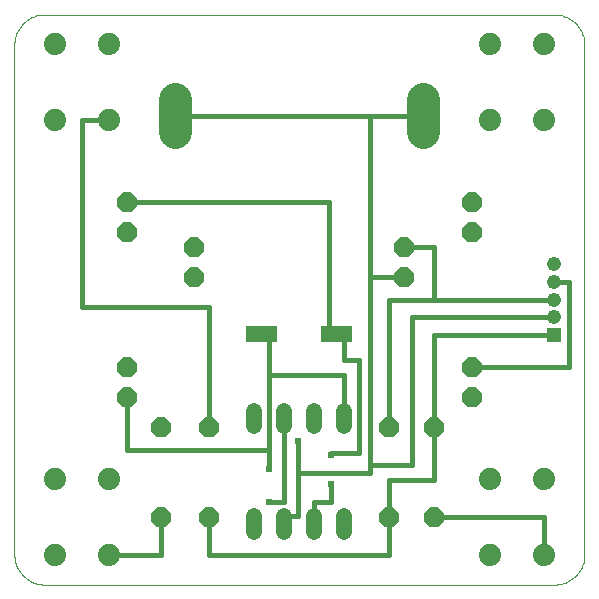
<source format=gbl>
G75*
G70*
%OFA0B0*%
%FSLAX24Y24*%
%IPPOS*%
%LPD*%
%AMOC8*
5,1,8,0,0,1.08239X$1,22.5*
%
%ADD10C,0.0010*%
%ADD11OC8,0.0660*%
%ADD12C,0.1095*%
%ADD13C,0.0740*%
%ADD14C,0.0520*%
%ADD15R,0.0476X0.0476*%
%ADD16C,0.0476*%
%ADD17R,0.0554X0.0554*%
%ADD18C,0.0240*%
%ADD19C,0.0160*%
%ADD20C,0.0120*%
D10*
X000131Y001111D02*
X000131Y018111D01*
X000133Y018171D01*
X000138Y018232D01*
X000147Y018291D01*
X000160Y018350D01*
X000176Y018409D01*
X000196Y018466D01*
X000219Y018521D01*
X000246Y018576D01*
X000275Y018628D01*
X000308Y018679D01*
X000344Y018728D01*
X000382Y018774D01*
X000424Y018818D01*
X000468Y018860D01*
X000514Y018898D01*
X000563Y018934D01*
X000614Y018967D01*
X000666Y018996D01*
X000721Y019023D01*
X000776Y019046D01*
X000833Y019066D01*
X000892Y019082D01*
X000951Y019095D01*
X001010Y019104D01*
X001071Y019109D01*
X001131Y019111D01*
X018131Y019111D01*
X018191Y019109D01*
X018252Y019104D01*
X018311Y019095D01*
X018370Y019082D01*
X018429Y019066D01*
X018486Y019046D01*
X018541Y019023D01*
X018596Y018996D01*
X018648Y018967D01*
X018699Y018934D01*
X018748Y018898D01*
X018794Y018860D01*
X018838Y018818D01*
X018880Y018774D01*
X018918Y018728D01*
X018954Y018679D01*
X018987Y018628D01*
X019016Y018576D01*
X019043Y018521D01*
X019066Y018466D01*
X019086Y018409D01*
X019102Y018350D01*
X019115Y018291D01*
X019124Y018232D01*
X019129Y018171D01*
X019131Y018111D01*
X019131Y001111D01*
X019129Y001051D01*
X019124Y000990D01*
X019115Y000931D01*
X019102Y000872D01*
X019086Y000813D01*
X019066Y000756D01*
X019043Y000701D01*
X019016Y000646D01*
X018987Y000594D01*
X018954Y000543D01*
X018918Y000494D01*
X018880Y000448D01*
X018838Y000404D01*
X018794Y000362D01*
X018748Y000324D01*
X018699Y000288D01*
X018648Y000255D01*
X018596Y000226D01*
X018541Y000199D01*
X018486Y000176D01*
X018429Y000156D01*
X018370Y000140D01*
X018311Y000127D01*
X018252Y000118D01*
X018191Y000113D01*
X018131Y000111D01*
X001131Y000111D01*
X001071Y000113D01*
X001010Y000118D01*
X000951Y000127D01*
X000892Y000140D01*
X000833Y000156D01*
X000776Y000176D01*
X000721Y000199D01*
X000666Y000226D01*
X000614Y000255D01*
X000563Y000288D01*
X000514Y000324D01*
X000468Y000362D01*
X000424Y000404D01*
X000382Y000448D01*
X000344Y000494D01*
X000308Y000543D01*
X000275Y000594D01*
X000246Y000646D01*
X000219Y000701D01*
X000196Y000756D01*
X000176Y000813D01*
X000160Y000872D01*
X000147Y000931D01*
X000138Y000990D01*
X000133Y001051D01*
X000131Y001111D01*
D11*
X005006Y002361D03*
X006631Y002361D03*
X006631Y005361D03*
X005006Y005361D03*
X003881Y006361D03*
X003881Y007361D03*
X006131Y010361D03*
X006131Y011361D03*
X003881Y011861D03*
X003881Y012861D03*
X012631Y005361D03*
X014131Y005361D03*
X015381Y006361D03*
X015381Y007361D03*
X013131Y010361D03*
X013131Y011361D03*
X015381Y011861D03*
X015381Y012861D03*
X014131Y002361D03*
X012631Y002361D03*
D12*
X013765Y015188D02*
X013765Y016283D01*
X005497Y016283D02*
X005497Y015188D01*
D13*
X003271Y015581D03*
X001491Y015581D03*
X001491Y018141D03*
X003271Y018141D03*
X015991Y018141D03*
X017771Y018141D03*
X017771Y015581D03*
X015991Y015581D03*
X015991Y003641D03*
X017771Y003641D03*
X017771Y001081D03*
X015991Y001081D03*
X003271Y001081D03*
X001491Y001081D03*
X001491Y003641D03*
X003271Y003641D03*
D14*
X008131Y002384D02*
X008131Y001864D01*
X009131Y001864D02*
X009131Y002384D01*
X010131Y002384D02*
X010131Y001864D01*
X011131Y001864D02*
X011131Y002384D01*
X011131Y005384D02*
X011131Y005904D01*
X010131Y005904D02*
X010131Y005384D01*
X009131Y005384D02*
X009131Y005904D01*
X008131Y005904D02*
X008131Y005384D01*
D15*
X018131Y008430D03*
D16*
X018131Y009020D03*
X018131Y009611D03*
X018131Y010201D03*
X018131Y010792D03*
D17*
X011131Y008476D03*
X010631Y008476D03*
X008631Y008476D03*
X008131Y008476D03*
D18*
X009571Y004911D03*
X008611Y003951D03*
X008631Y002861D03*
X010691Y003471D03*
X010691Y004431D03*
D19*
X010691Y004486D01*
X011631Y004486D01*
X011631Y007611D01*
X011131Y007611D01*
X011131Y008486D01*
X010631Y008486D01*
X010631Y008476D01*
X010631Y012861D01*
X003881Y012861D01*
X003271Y015581D02*
X002381Y015581D01*
X002381Y009361D01*
X006631Y009361D01*
X006631Y005361D01*
X008611Y004611D02*
X008611Y003951D01*
X008611Y004611D02*
X008611Y007111D01*
X011131Y007111D01*
X011131Y005384D01*
X011971Y004111D02*
X013381Y004111D01*
X013381Y009020D01*
X018131Y009020D01*
X018131Y008430D02*
X014131Y008430D01*
X014131Y005361D01*
X014131Y003611D01*
X012631Y003611D01*
X012631Y002361D01*
X012631Y001111D01*
X006631Y001111D01*
X006631Y002361D01*
X005006Y002361D02*
X005006Y001081D01*
X003271Y001081D01*
X003881Y004611D02*
X008611Y004611D01*
X009131Y005384D02*
X009131Y002861D01*
X008631Y002861D01*
X009131Y002391D02*
X009571Y002391D01*
X009571Y003826D01*
X009571Y004911D01*
X009571Y003826D02*
X011971Y003826D01*
X011971Y004111D01*
X011971Y010361D01*
X013131Y010361D01*
X012631Y009611D02*
X014131Y009611D01*
X018131Y009611D01*
X018131Y010201D02*
X018631Y010201D01*
X018631Y007361D01*
X015381Y007361D01*
X014131Y009611D02*
X014131Y011361D01*
X013131Y011361D01*
X011971Y010361D02*
X011971Y015736D01*
X013881Y015736D01*
X011971Y015736D02*
X005497Y015736D01*
X008611Y008476D02*
X008611Y008461D01*
X008611Y007111D01*
X010691Y003471D02*
X010691Y002861D01*
X010131Y002861D01*
X010131Y002384D01*
X012631Y005361D02*
X012631Y009611D01*
X014131Y002361D02*
X017771Y002361D01*
X017771Y001081D01*
X003881Y004611D02*
X003881Y006361D01*
D20*
X008611Y008461D02*
X008631Y008461D01*
X008631Y008476D01*
X009131Y002391D02*
X009131Y002384D01*
X009131Y002361D01*
M02*

</source>
